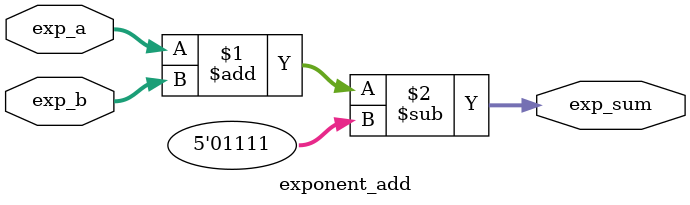
<source format=sv>
module exponent_add #(parameter N = 16)
(
    input  logic [4:0] exp_a,   // Exponent of input a (5 bits for half precision)
    input  logic [4:0] exp_b,   // Exponent of input b (5 bits for half precision)
    output logic [5:0] exp_sum  // Sum of the exponents minus the bias
);
    
    // Bias for half-precision brain floating point is 15 (5-bit exponent, bias = 2^(5-1)-1)
    localparam BIAS = 5'd15;

    // Add exponents and subtract bias (exp_sum = exp_a + exp_b - BIAS)
    assign exp_sum = exp_a + exp_b - BIAS;

endmodule
</source>
